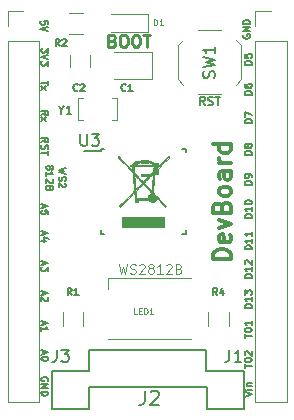
<source format=gbr>
G04 #@! TF.FileFunction,Legend,Top*
%FSLAX46Y46*%
G04 Gerber Fmt 4.6, Leading zero omitted, Abs format (unit mm)*
G04 Created by KiCad (PCBNEW 4.0.7) date Sun Jul  8 16:00:51 2018*
%MOMM*%
%LPD*%
G01*
G04 APERTURE LIST*
%ADD10C,0.100000*%
%ADD11C,0.125000*%
%ADD12C,0.175000*%
%ADD13C,0.250000*%
%ADD14C,0.300000*%
%ADD15C,0.150000*%
%ADD16C,0.120000*%
%ADD17C,0.010000*%
G04 APERTURE END LIST*
D10*
D11*
X95713881Y-93795905D02*
X95904357Y-94595905D01*
X96056738Y-94024476D01*
X96209119Y-94595905D01*
X96399595Y-93795905D01*
X96666262Y-94557810D02*
X96780548Y-94595905D01*
X96971024Y-94595905D01*
X97047214Y-94557810D01*
X97085310Y-94519714D01*
X97123405Y-94443524D01*
X97123405Y-94367333D01*
X97085310Y-94291143D01*
X97047214Y-94253048D01*
X96971024Y-94214952D01*
X96818643Y-94176857D01*
X96742452Y-94138762D01*
X96704357Y-94100667D01*
X96666262Y-94024476D01*
X96666262Y-93948286D01*
X96704357Y-93872095D01*
X96742452Y-93834000D01*
X96818643Y-93795905D01*
X97009119Y-93795905D01*
X97123405Y-93834000D01*
X97428167Y-93872095D02*
X97466262Y-93834000D01*
X97542453Y-93795905D01*
X97732929Y-93795905D01*
X97809119Y-93834000D01*
X97847215Y-93872095D01*
X97885310Y-93948286D01*
X97885310Y-94024476D01*
X97847215Y-94138762D01*
X97390072Y-94595905D01*
X97885310Y-94595905D01*
X98342453Y-94138762D02*
X98266262Y-94100667D01*
X98228167Y-94062571D01*
X98190072Y-93986381D01*
X98190072Y-93948286D01*
X98228167Y-93872095D01*
X98266262Y-93834000D01*
X98342453Y-93795905D01*
X98494834Y-93795905D01*
X98571024Y-93834000D01*
X98609120Y-93872095D01*
X98647215Y-93948286D01*
X98647215Y-93986381D01*
X98609120Y-94062571D01*
X98571024Y-94100667D01*
X98494834Y-94138762D01*
X98342453Y-94138762D01*
X98266262Y-94176857D01*
X98228167Y-94214952D01*
X98190072Y-94291143D01*
X98190072Y-94443524D01*
X98228167Y-94519714D01*
X98266262Y-94557810D01*
X98342453Y-94595905D01*
X98494834Y-94595905D01*
X98571024Y-94557810D01*
X98609120Y-94519714D01*
X98647215Y-94443524D01*
X98647215Y-94291143D01*
X98609120Y-94214952D01*
X98571024Y-94176857D01*
X98494834Y-94138762D01*
X99409120Y-94595905D02*
X98951977Y-94595905D01*
X99180548Y-94595905D02*
X99180548Y-93795905D01*
X99104358Y-93910190D01*
X99028167Y-93986381D01*
X98951977Y-94024476D01*
X99713882Y-93872095D02*
X99751977Y-93834000D01*
X99828168Y-93795905D01*
X100018644Y-93795905D01*
X100094834Y-93834000D01*
X100132930Y-93872095D01*
X100171025Y-93948286D01*
X100171025Y-94024476D01*
X100132930Y-94138762D01*
X99675787Y-94595905D01*
X100171025Y-94595905D01*
X100780549Y-94176857D02*
X100894835Y-94214952D01*
X100932930Y-94253048D01*
X100971025Y-94329238D01*
X100971025Y-94443524D01*
X100932930Y-94519714D01*
X100894835Y-94557810D01*
X100818644Y-94595905D01*
X100513882Y-94595905D01*
X100513882Y-93795905D01*
X100780549Y-93795905D01*
X100856739Y-93834000D01*
X100894835Y-93872095D01*
X100932930Y-93948286D01*
X100932930Y-94024476D01*
X100894835Y-94100667D01*
X100856739Y-94138762D01*
X100780549Y-94176857D01*
X100513882Y-94176857D01*
D12*
X102994667Y-80326667D02*
X102761333Y-79993333D01*
X102594667Y-80326667D02*
X102594667Y-79626667D01*
X102861333Y-79626667D01*
X102928000Y-79660000D01*
X102961333Y-79693333D01*
X102994667Y-79760000D01*
X102994667Y-79860000D01*
X102961333Y-79926667D01*
X102928000Y-79960000D01*
X102861333Y-79993333D01*
X102594667Y-79993333D01*
X103261333Y-80293333D02*
X103361333Y-80326667D01*
X103528000Y-80326667D01*
X103594667Y-80293333D01*
X103628000Y-80260000D01*
X103661333Y-80193333D01*
X103661333Y-80126667D01*
X103628000Y-80060000D01*
X103594667Y-80026667D01*
X103528000Y-79993333D01*
X103394667Y-79960000D01*
X103328000Y-79926667D01*
X103294667Y-79893333D01*
X103261333Y-79826667D01*
X103261333Y-79760000D01*
X103294667Y-79693333D01*
X103328000Y-79660000D01*
X103394667Y-79626667D01*
X103561333Y-79626667D01*
X103661333Y-79660000D01*
X103861334Y-79626667D02*
X104261334Y-79626667D01*
X104061334Y-80326667D02*
X104061334Y-79626667D01*
D13*
X95162858Y-74858571D02*
X95305715Y-74906190D01*
X95353334Y-74953810D01*
X95400953Y-75049048D01*
X95400953Y-75191905D01*
X95353334Y-75287143D01*
X95305715Y-75334762D01*
X95210477Y-75382381D01*
X94829524Y-75382381D01*
X94829524Y-74382381D01*
X95162858Y-74382381D01*
X95258096Y-74430000D01*
X95305715Y-74477619D01*
X95353334Y-74572857D01*
X95353334Y-74668095D01*
X95305715Y-74763333D01*
X95258096Y-74810952D01*
X95162858Y-74858571D01*
X94829524Y-74858571D01*
X96020000Y-74382381D02*
X96210477Y-74382381D01*
X96305715Y-74430000D01*
X96400953Y-74525238D01*
X96448572Y-74715714D01*
X96448572Y-75049048D01*
X96400953Y-75239524D01*
X96305715Y-75334762D01*
X96210477Y-75382381D01*
X96020000Y-75382381D01*
X95924762Y-75334762D01*
X95829524Y-75239524D01*
X95781905Y-75049048D01*
X95781905Y-74715714D01*
X95829524Y-74525238D01*
X95924762Y-74430000D01*
X96020000Y-74382381D01*
X97067619Y-74382381D02*
X97258096Y-74382381D01*
X97353334Y-74430000D01*
X97448572Y-74525238D01*
X97496191Y-74715714D01*
X97496191Y-75049048D01*
X97448572Y-75239524D01*
X97353334Y-75334762D01*
X97258096Y-75382381D01*
X97067619Y-75382381D01*
X96972381Y-75334762D01*
X96877143Y-75239524D01*
X96829524Y-75049048D01*
X96829524Y-74715714D01*
X96877143Y-74525238D01*
X96972381Y-74430000D01*
X97067619Y-74382381D01*
X97781905Y-74382381D02*
X98353334Y-74382381D01*
X98067619Y-75382381D02*
X98067619Y-74382381D01*
D14*
X105199571Y-93376142D02*
X103699571Y-93376142D01*
X103699571Y-93018999D01*
X103771000Y-92804714D01*
X103913857Y-92661856D01*
X104056714Y-92590428D01*
X104342429Y-92518999D01*
X104556714Y-92518999D01*
X104842429Y-92590428D01*
X104985286Y-92661856D01*
X105128143Y-92804714D01*
X105199571Y-93018999D01*
X105199571Y-93376142D01*
X105128143Y-91304714D02*
X105199571Y-91447571D01*
X105199571Y-91733285D01*
X105128143Y-91876142D01*
X104985286Y-91947571D01*
X104413857Y-91947571D01*
X104271000Y-91876142D01*
X104199571Y-91733285D01*
X104199571Y-91447571D01*
X104271000Y-91304714D01*
X104413857Y-91233285D01*
X104556714Y-91233285D01*
X104699571Y-91947571D01*
X104199571Y-90733285D02*
X105199571Y-90376142D01*
X104199571Y-90019000D01*
X104413857Y-88947571D02*
X104485286Y-88733285D01*
X104556714Y-88661857D01*
X104699571Y-88590428D01*
X104913857Y-88590428D01*
X105056714Y-88661857D01*
X105128143Y-88733285D01*
X105199571Y-88876143D01*
X105199571Y-89447571D01*
X103699571Y-89447571D01*
X103699571Y-88947571D01*
X103771000Y-88804714D01*
X103842429Y-88733285D01*
X103985286Y-88661857D01*
X104128143Y-88661857D01*
X104271000Y-88733285D01*
X104342429Y-88804714D01*
X104413857Y-88947571D01*
X104413857Y-89447571D01*
X105199571Y-87733285D02*
X105128143Y-87876143D01*
X105056714Y-87947571D01*
X104913857Y-88019000D01*
X104485286Y-88019000D01*
X104342429Y-87947571D01*
X104271000Y-87876143D01*
X104199571Y-87733285D01*
X104199571Y-87519000D01*
X104271000Y-87376143D01*
X104342429Y-87304714D01*
X104485286Y-87233285D01*
X104913857Y-87233285D01*
X105056714Y-87304714D01*
X105128143Y-87376143D01*
X105199571Y-87519000D01*
X105199571Y-87733285D01*
X105199571Y-85947571D02*
X104413857Y-85947571D01*
X104271000Y-86019000D01*
X104199571Y-86161857D01*
X104199571Y-86447571D01*
X104271000Y-86590428D01*
X105128143Y-85947571D02*
X105199571Y-86090428D01*
X105199571Y-86447571D01*
X105128143Y-86590428D01*
X104985286Y-86661857D01*
X104842429Y-86661857D01*
X104699571Y-86590428D01*
X104628143Y-86447571D01*
X104628143Y-86090428D01*
X104556714Y-85947571D01*
X105199571Y-85233285D02*
X104199571Y-85233285D01*
X104485286Y-85233285D02*
X104342429Y-85161857D01*
X104271000Y-85090428D01*
X104199571Y-84947571D01*
X104199571Y-84804714D01*
X105199571Y-83661857D02*
X103699571Y-83661857D01*
X105128143Y-83661857D02*
X105199571Y-83804714D01*
X105199571Y-84090428D01*
X105128143Y-84233286D01*
X105056714Y-84304714D01*
X104913857Y-84376143D01*
X104485286Y-84376143D01*
X104342429Y-84304714D01*
X104271000Y-84233286D01*
X104199571Y-84090428D01*
X104199571Y-83804714D01*
X104271000Y-83661857D01*
D15*
X106253000Y-74371142D02*
X106224429Y-74428285D01*
X106224429Y-74513999D01*
X106253000Y-74599714D01*
X106310143Y-74656856D01*
X106367286Y-74685428D01*
X106481571Y-74713999D01*
X106567286Y-74713999D01*
X106681571Y-74685428D01*
X106738714Y-74656856D01*
X106795857Y-74599714D01*
X106824429Y-74513999D01*
X106824429Y-74456856D01*
X106795857Y-74371142D01*
X106767286Y-74342571D01*
X106567286Y-74342571D01*
X106567286Y-74456856D01*
X106824429Y-74085428D02*
X106224429Y-74085428D01*
X106824429Y-73742571D01*
X106224429Y-73742571D01*
X106824429Y-73456857D02*
X106224429Y-73456857D01*
X106224429Y-73314000D01*
X106253000Y-73228285D01*
X106310143Y-73171143D01*
X106367286Y-73142571D01*
X106481571Y-73114000D01*
X106567286Y-73114000D01*
X106681571Y-73142571D01*
X106738714Y-73171143D01*
X106795857Y-73228285D01*
X106824429Y-73314000D01*
X106824429Y-73456857D01*
X106951429Y-76896857D02*
X106351429Y-76896857D01*
X106351429Y-76754000D01*
X106380000Y-76668285D01*
X106437143Y-76611143D01*
X106494286Y-76582571D01*
X106608571Y-76554000D01*
X106694286Y-76554000D01*
X106808571Y-76582571D01*
X106865714Y-76611143D01*
X106922857Y-76668285D01*
X106951429Y-76754000D01*
X106951429Y-76896857D01*
X106351429Y-76011143D02*
X106351429Y-76296857D01*
X106637143Y-76325428D01*
X106608571Y-76296857D01*
X106580000Y-76239714D01*
X106580000Y-76096857D01*
X106608571Y-76039714D01*
X106637143Y-76011143D01*
X106694286Y-75982571D01*
X106837143Y-75982571D01*
X106894286Y-76011143D01*
X106922857Y-76039714D01*
X106951429Y-76096857D01*
X106951429Y-76239714D01*
X106922857Y-76296857D01*
X106894286Y-76325428D01*
X106951429Y-79436857D02*
X106351429Y-79436857D01*
X106351429Y-79294000D01*
X106380000Y-79208285D01*
X106437143Y-79151143D01*
X106494286Y-79122571D01*
X106608571Y-79094000D01*
X106694286Y-79094000D01*
X106808571Y-79122571D01*
X106865714Y-79151143D01*
X106922857Y-79208285D01*
X106951429Y-79294000D01*
X106951429Y-79436857D01*
X106351429Y-78579714D02*
X106351429Y-78694000D01*
X106380000Y-78751143D01*
X106408571Y-78779714D01*
X106494286Y-78836857D01*
X106608571Y-78865428D01*
X106837143Y-78865428D01*
X106894286Y-78836857D01*
X106922857Y-78808285D01*
X106951429Y-78751143D01*
X106951429Y-78636857D01*
X106922857Y-78579714D01*
X106894286Y-78551143D01*
X106837143Y-78522571D01*
X106694286Y-78522571D01*
X106637143Y-78551143D01*
X106608571Y-78579714D01*
X106580000Y-78636857D01*
X106580000Y-78751143D01*
X106608571Y-78808285D01*
X106637143Y-78836857D01*
X106694286Y-78865428D01*
X106951429Y-81849857D02*
X106351429Y-81849857D01*
X106351429Y-81707000D01*
X106380000Y-81621285D01*
X106437143Y-81564143D01*
X106494286Y-81535571D01*
X106608571Y-81507000D01*
X106694286Y-81507000D01*
X106808571Y-81535571D01*
X106865714Y-81564143D01*
X106922857Y-81621285D01*
X106951429Y-81707000D01*
X106951429Y-81849857D01*
X106351429Y-81307000D02*
X106351429Y-80907000D01*
X106951429Y-81164143D01*
X106951429Y-84516857D02*
X106351429Y-84516857D01*
X106351429Y-84374000D01*
X106380000Y-84288285D01*
X106437143Y-84231143D01*
X106494286Y-84202571D01*
X106608571Y-84174000D01*
X106694286Y-84174000D01*
X106808571Y-84202571D01*
X106865714Y-84231143D01*
X106922857Y-84288285D01*
X106951429Y-84374000D01*
X106951429Y-84516857D01*
X106608571Y-83831143D02*
X106580000Y-83888285D01*
X106551429Y-83916857D01*
X106494286Y-83945428D01*
X106465714Y-83945428D01*
X106408571Y-83916857D01*
X106380000Y-83888285D01*
X106351429Y-83831143D01*
X106351429Y-83716857D01*
X106380000Y-83659714D01*
X106408571Y-83631143D01*
X106465714Y-83602571D01*
X106494286Y-83602571D01*
X106551429Y-83631143D01*
X106580000Y-83659714D01*
X106608571Y-83716857D01*
X106608571Y-83831143D01*
X106637143Y-83888285D01*
X106665714Y-83916857D01*
X106722857Y-83945428D01*
X106837143Y-83945428D01*
X106894286Y-83916857D01*
X106922857Y-83888285D01*
X106951429Y-83831143D01*
X106951429Y-83716857D01*
X106922857Y-83659714D01*
X106894286Y-83631143D01*
X106837143Y-83602571D01*
X106722857Y-83602571D01*
X106665714Y-83631143D01*
X106637143Y-83659714D01*
X106608571Y-83716857D01*
X106951429Y-87056857D02*
X106351429Y-87056857D01*
X106351429Y-86914000D01*
X106380000Y-86828285D01*
X106437143Y-86771143D01*
X106494286Y-86742571D01*
X106608571Y-86714000D01*
X106694286Y-86714000D01*
X106808571Y-86742571D01*
X106865714Y-86771143D01*
X106922857Y-86828285D01*
X106951429Y-86914000D01*
X106951429Y-87056857D01*
X106951429Y-86428285D02*
X106951429Y-86314000D01*
X106922857Y-86256857D01*
X106894286Y-86228285D01*
X106808571Y-86171143D01*
X106694286Y-86142571D01*
X106465714Y-86142571D01*
X106408571Y-86171143D01*
X106380000Y-86199714D01*
X106351429Y-86256857D01*
X106351429Y-86371143D01*
X106380000Y-86428285D01*
X106408571Y-86456857D01*
X106465714Y-86485428D01*
X106608571Y-86485428D01*
X106665714Y-86456857D01*
X106694286Y-86428285D01*
X106722857Y-86371143D01*
X106722857Y-86256857D01*
X106694286Y-86199714D01*
X106665714Y-86171143D01*
X106608571Y-86142571D01*
X106951429Y-89882572D02*
X106351429Y-89882572D01*
X106351429Y-89739715D01*
X106380000Y-89654000D01*
X106437143Y-89596858D01*
X106494286Y-89568286D01*
X106608571Y-89539715D01*
X106694286Y-89539715D01*
X106808571Y-89568286D01*
X106865714Y-89596858D01*
X106922857Y-89654000D01*
X106951429Y-89739715D01*
X106951429Y-89882572D01*
X106951429Y-88968286D02*
X106951429Y-89311143D01*
X106951429Y-89139715D02*
X106351429Y-89139715D01*
X106437143Y-89196858D01*
X106494286Y-89254000D01*
X106522857Y-89311143D01*
X106351429Y-88596857D02*
X106351429Y-88539714D01*
X106380000Y-88482571D01*
X106408571Y-88454000D01*
X106465714Y-88425429D01*
X106580000Y-88396857D01*
X106722857Y-88396857D01*
X106837143Y-88425429D01*
X106894286Y-88454000D01*
X106922857Y-88482571D01*
X106951429Y-88539714D01*
X106951429Y-88596857D01*
X106922857Y-88654000D01*
X106894286Y-88682571D01*
X106837143Y-88711143D01*
X106722857Y-88739714D01*
X106580000Y-88739714D01*
X106465714Y-88711143D01*
X106408571Y-88682571D01*
X106380000Y-88654000D01*
X106351429Y-88596857D01*
X106951429Y-92549572D02*
X106351429Y-92549572D01*
X106351429Y-92406715D01*
X106380000Y-92321000D01*
X106437143Y-92263858D01*
X106494286Y-92235286D01*
X106608571Y-92206715D01*
X106694286Y-92206715D01*
X106808571Y-92235286D01*
X106865714Y-92263858D01*
X106922857Y-92321000D01*
X106951429Y-92406715D01*
X106951429Y-92549572D01*
X106951429Y-91635286D02*
X106951429Y-91978143D01*
X106951429Y-91806715D02*
X106351429Y-91806715D01*
X106437143Y-91863858D01*
X106494286Y-91921000D01*
X106522857Y-91978143D01*
X106951429Y-91063857D02*
X106951429Y-91406714D01*
X106951429Y-91235286D02*
X106351429Y-91235286D01*
X106437143Y-91292429D01*
X106494286Y-91349571D01*
X106522857Y-91406714D01*
X106951429Y-94962572D02*
X106351429Y-94962572D01*
X106351429Y-94819715D01*
X106380000Y-94734000D01*
X106437143Y-94676858D01*
X106494286Y-94648286D01*
X106608571Y-94619715D01*
X106694286Y-94619715D01*
X106808571Y-94648286D01*
X106865714Y-94676858D01*
X106922857Y-94734000D01*
X106951429Y-94819715D01*
X106951429Y-94962572D01*
X106951429Y-94048286D02*
X106951429Y-94391143D01*
X106951429Y-94219715D02*
X106351429Y-94219715D01*
X106437143Y-94276858D01*
X106494286Y-94334000D01*
X106522857Y-94391143D01*
X106408571Y-93819714D02*
X106380000Y-93791143D01*
X106351429Y-93734000D01*
X106351429Y-93591143D01*
X106380000Y-93534000D01*
X106408571Y-93505429D01*
X106465714Y-93476857D01*
X106522857Y-93476857D01*
X106608571Y-93505429D01*
X106951429Y-93848286D01*
X106951429Y-93476857D01*
X106951429Y-97502572D02*
X106351429Y-97502572D01*
X106351429Y-97359715D01*
X106380000Y-97274000D01*
X106437143Y-97216858D01*
X106494286Y-97188286D01*
X106608571Y-97159715D01*
X106694286Y-97159715D01*
X106808571Y-97188286D01*
X106865714Y-97216858D01*
X106922857Y-97274000D01*
X106951429Y-97359715D01*
X106951429Y-97502572D01*
X106951429Y-96588286D02*
X106951429Y-96931143D01*
X106951429Y-96759715D02*
X106351429Y-96759715D01*
X106437143Y-96816858D01*
X106494286Y-96874000D01*
X106522857Y-96931143D01*
X106351429Y-96388286D02*
X106351429Y-96016857D01*
X106580000Y-96216857D01*
X106580000Y-96131143D01*
X106608571Y-96074000D01*
X106637143Y-96045429D01*
X106694286Y-96016857D01*
X106837143Y-96016857D01*
X106894286Y-96045429D01*
X106922857Y-96074000D01*
X106951429Y-96131143D01*
X106951429Y-96302571D01*
X106922857Y-96359714D01*
X106894286Y-96388286D01*
X106351429Y-100056857D02*
X106351429Y-99714000D01*
X106951429Y-99885429D02*
X106351429Y-99885429D01*
X106351429Y-99399714D02*
X106351429Y-99342571D01*
X106380000Y-99285428D01*
X106408571Y-99256857D01*
X106465714Y-99228286D01*
X106580000Y-99199714D01*
X106722857Y-99199714D01*
X106837143Y-99228286D01*
X106894286Y-99256857D01*
X106922857Y-99285428D01*
X106951429Y-99342571D01*
X106951429Y-99399714D01*
X106922857Y-99456857D01*
X106894286Y-99485428D01*
X106837143Y-99514000D01*
X106722857Y-99542571D01*
X106580000Y-99542571D01*
X106465714Y-99514000D01*
X106408571Y-99485428D01*
X106380000Y-99456857D01*
X106351429Y-99399714D01*
X106951429Y-98628285D02*
X106951429Y-98971142D01*
X106951429Y-98799714D02*
X106351429Y-98799714D01*
X106437143Y-98856857D01*
X106494286Y-98913999D01*
X106522857Y-98971142D01*
X106351429Y-102596857D02*
X106351429Y-102254000D01*
X106951429Y-102425429D02*
X106351429Y-102425429D01*
X106351429Y-101939714D02*
X106351429Y-101882571D01*
X106380000Y-101825428D01*
X106408571Y-101796857D01*
X106465714Y-101768286D01*
X106580000Y-101739714D01*
X106722857Y-101739714D01*
X106837143Y-101768286D01*
X106894286Y-101796857D01*
X106922857Y-101825428D01*
X106951429Y-101882571D01*
X106951429Y-101939714D01*
X106922857Y-101996857D01*
X106894286Y-102025428D01*
X106837143Y-102054000D01*
X106722857Y-102082571D01*
X106580000Y-102082571D01*
X106465714Y-102054000D01*
X106408571Y-102025428D01*
X106380000Y-101996857D01*
X106351429Y-101939714D01*
X106408571Y-101511142D02*
X106380000Y-101482571D01*
X106351429Y-101425428D01*
X106351429Y-101282571D01*
X106380000Y-101225428D01*
X106408571Y-101196857D01*
X106465714Y-101168285D01*
X106522857Y-101168285D01*
X106608571Y-101196857D01*
X106951429Y-101539714D01*
X106951429Y-101168285D01*
X106351429Y-105008285D02*
X106951429Y-104808285D01*
X106351429Y-104608285D01*
X106951429Y-104408285D02*
X106551429Y-104408285D01*
X106351429Y-104408285D02*
X106380000Y-104436856D01*
X106408571Y-104408285D01*
X106380000Y-104379713D01*
X106351429Y-104408285D01*
X106408571Y-104408285D01*
X106551429Y-104122571D02*
X106951429Y-104122571D01*
X106608571Y-104122571D02*
X106580000Y-104093999D01*
X106551429Y-104036857D01*
X106551429Y-103951142D01*
X106580000Y-103893999D01*
X106637143Y-103865428D01*
X106951429Y-103865428D01*
X89708000Y-103682858D02*
X89736571Y-103625715D01*
X89736571Y-103540001D01*
X89708000Y-103454286D01*
X89650857Y-103397144D01*
X89593714Y-103368572D01*
X89479429Y-103340001D01*
X89393714Y-103340001D01*
X89279429Y-103368572D01*
X89222286Y-103397144D01*
X89165143Y-103454286D01*
X89136571Y-103540001D01*
X89136571Y-103597144D01*
X89165143Y-103682858D01*
X89193714Y-103711429D01*
X89393714Y-103711429D01*
X89393714Y-103597144D01*
X89136571Y-103968572D02*
X89736571Y-103968572D01*
X89136571Y-104311429D01*
X89736571Y-104311429D01*
X89136571Y-104597143D02*
X89736571Y-104597143D01*
X89736571Y-104740000D01*
X89708000Y-104825715D01*
X89650857Y-104882857D01*
X89593714Y-104911429D01*
X89479429Y-104940000D01*
X89393714Y-104940000D01*
X89279429Y-104911429D01*
X89222286Y-104882857D01*
X89165143Y-104825715D01*
X89136571Y-104740000D01*
X89136571Y-104597143D01*
X89308000Y-101107929D02*
X89308000Y-101393643D01*
X89136571Y-101050786D02*
X89736571Y-101250786D01*
X89136571Y-101450786D01*
X89736571Y-101765072D02*
X89736571Y-101822215D01*
X89708000Y-101879358D01*
X89679429Y-101907929D01*
X89622286Y-101936500D01*
X89508000Y-101965072D01*
X89365143Y-101965072D01*
X89250857Y-101936500D01*
X89193714Y-101907929D01*
X89165143Y-101879358D01*
X89136571Y-101822215D01*
X89136571Y-101765072D01*
X89165143Y-101707929D01*
X89193714Y-101679358D01*
X89250857Y-101650786D01*
X89365143Y-101622215D01*
X89508000Y-101622215D01*
X89622286Y-101650786D01*
X89679429Y-101679358D01*
X89708000Y-101707929D01*
X89736571Y-101765072D01*
X89308000Y-98631429D02*
X89308000Y-98917143D01*
X89136571Y-98574286D02*
X89736571Y-98774286D01*
X89136571Y-98974286D01*
X89136571Y-99488572D02*
X89136571Y-99145715D01*
X89136571Y-99317143D02*
X89736571Y-99317143D01*
X89650857Y-99260000D01*
X89593714Y-99202858D01*
X89565143Y-99145715D01*
X89308000Y-96091429D02*
X89308000Y-96377143D01*
X89136571Y-96034286D02*
X89736571Y-96234286D01*
X89136571Y-96434286D01*
X89679429Y-96605715D02*
X89708000Y-96634286D01*
X89736571Y-96691429D01*
X89736571Y-96834286D01*
X89708000Y-96891429D01*
X89679429Y-96920000D01*
X89622286Y-96948572D01*
X89565143Y-96948572D01*
X89479429Y-96920000D01*
X89136571Y-96577143D01*
X89136571Y-96948572D01*
X89308000Y-93551429D02*
X89308000Y-93837143D01*
X89136571Y-93494286D02*
X89736571Y-93694286D01*
X89136571Y-93894286D01*
X89736571Y-94037143D02*
X89736571Y-94408572D01*
X89508000Y-94208572D01*
X89508000Y-94294286D01*
X89479429Y-94351429D01*
X89450857Y-94380000D01*
X89393714Y-94408572D01*
X89250857Y-94408572D01*
X89193714Y-94380000D01*
X89165143Y-94351429D01*
X89136571Y-94294286D01*
X89136571Y-94122858D01*
X89165143Y-94065715D01*
X89193714Y-94037143D01*
X89308000Y-91011429D02*
X89308000Y-91297143D01*
X89136571Y-90954286D02*
X89736571Y-91154286D01*
X89136571Y-91354286D01*
X89536571Y-91811429D02*
X89136571Y-91811429D01*
X89765143Y-91668572D02*
X89336571Y-91525715D01*
X89336571Y-91897143D01*
X89308000Y-88725429D02*
X89308000Y-89011143D01*
X89136571Y-88668286D02*
X89736571Y-88868286D01*
X89136571Y-89068286D01*
X89736571Y-89554000D02*
X89736571Y-89268286D01*
X89450857Y-89239715D01*
X89479429Y-89268286D01*
X89508000Y-89325429D01*
X89508000Y-89468286D01*
X89479429Y-89525429D01*
X89450857Y-89554000D01*
X89393714Y-89582572D01*
X89250857Y-89582572D01*
X89193714Y-89554000D01*
X89165143Y-89525429D01*
X89136571Y-89468286D01*
X89136571Y-89325429D01*
X89165143Y-89268286D01*
X89193714Y-89239715D01*
X91214071Y-85658428D02*
X90614071Y-85801285D01*
X91042643Y-85915571D01*
X90614071Y-86029857D01*
X91214071Y-86172714D01*
X90642643Y-86372714D02*
X90614071Y-86458428D01*
X90614071Y-86601285D01*
X90642643Y-86658428D01*
X90671214Y-86686999D01*
X90728357Y-86715571D01*
X90785500Y-86715571D01*
X90842643Y-86686999D01*
X90871214Y-86658428D01*
X90899786Y-86601285D01*
X90928357Y-86486999D01*
X90956929Y-86429857D01*
X90985500Y-86401285D01*
X91042643Y-86372714D01*
X91099786Y-86372714D01*
X91156929Y-86401285D01*
X91185500Y-86429857D01*
X91214071Y-86486999D01*
X91214071Y-86629857D01*
X91185500Y-86715571D01*
X91156929Y-86944143D02*
X91185500Y-86972714D01*
X91214071Y-87029857D01*
X91214071Y-87172714D01*
X91185500Y-87229857D01*
X91156929Y-87258428D01*
X91099786Y-87287000D01*
X91042643Y-87287000D01*
X90956929Y-87258428D01*
X90614071Y-86915571D01*
X90614071Y-87287000D01*
X89906929Y-85558428D02*
X89935500Y-85501286D01*
X89964071Y-85472714D01*
X90021214Y-85444143D01*
X90049786Y-85444143D01*
X90106929Y-85472714D01*
X90135500Y-85501286D01*
X90164071Y-85558428D01*
X90164071Y-85672714D01*
X90135500Y-85729857D01*
X90106929Y-85758428D01*
X90049786Y-85787000D01*
X90021214Y-85787000D01*
X89964071Y-85758428D01*
X89935500Y-85729857D01*
X89906929Y-85672714D01*
X89906929Y-85558428D01*
X89878357Y-85501286D01*
X89849786Y-85472714D01*
X89792643Y-85444143D01*
X89678357Y-85444143D01*
X89621214Y-85472714D01*
X89592643Y-85501286D01*
X89564071Y-85558428D01*
X89564071Y-85672714D01*
X89592643Y-85729857D01*
X89621214Y-85758428D01*
X89678357Y-85787000D01*
X89792643Y-85787000D01*
X89849786Y-85758428D01*
X89878357Y-85729857D01*
X89906929Y-85672714D01*
X89564071Y-86358429D02*
X89564071Y-86015572D01*
X89564071Y-86187000D02*
X90164071Y-86187000D01*
X90078357Y-86129857D01*
X90021214Y-86072715D01*
X89992643Y-86015572D01*
X90106929Y-86587001D02*
X90135500Y-86615572D01*
X90164071Y-86672715D01*
X90164071Y-86815572D01*
X90135500Y-86872715D01*
X90106929Y-86901286D01*
X90049786Y-86929858D01*
X89992643Y-86929858D01*
X89906929Y-86901286D01*
X89564071Y-86558429D01*
X89564071Y-86929858D01*
X89878357Y-87387001D02*
X89849786Y-87472715D01*
X89821214Y-87501287D01*
X89764071Y-87529858D01*
X89678357Y-87529858D01*
X89621214Y-87501287D01*
X89592643Y-87472715D01*
X89564071Y-87415573D01*
X89564071Y-87187001D01*
X90164071Y-87187001D01*
X90164071Y-87387001D01*
X90135500Y-87444144D01*
X90106929Y-87472715D01*
X90049786Y-87501287D01*
X89992643Y-87501287D01*
X89935500Y-87472715D01*
X89906929Y-87444144D01*
X89878357Y-87387001D01*
X89878357Y-87187001D01*
X89136571Y-83491428D02*
X89422286Y-83291428D01*
X89136571Y-83148571D02*
X89736571Y-83148571D01*
X89736571Y-83377143D01*
X89708000Y-83434285D01*
X89679429Y-83462857D01*
X89622286Y-83491428D01*
X89536571Y-83491428D01*
X89479429Y-83462857D01*
X89450857Y-83434285D01*
X89422286Y-83377143D01*
X89422286Y-83148571D01*
X89165143Y-83720000D02*
X89136571Y-83805714D01*
X89136571Y-83948571D01*
X89165143Y-84005714D01*
X89193714Y-84034285D01*
X89250857Y-84062857D01*
X89308000Y-84062857D01*
X89365143Y-84034285D01*
X89393714Y-84005714D01*
X89422286Y-83948571D01*
X89450857Y-83834285D01*
X89479429Y-83777143D01*
X89508000Y-83748571D01*
X89565143Y-83720000D01*
X89622286Y-83720000D01*
X89679429Y-83748571D01*
X89708000Y-83777143D01*
X89736571Y-83834285D01*
X89736571Y-83977143D01*
X89708000Y-84062857D01*
X89736571Y-84234286D02*
X89736571Y-84577143D01*
X89136571Y-84405714D02*
X89736571Y-84405714D01*
X89136571Y-81159357D02*
X89422286Y-80959357D01*
X89136571Y-80816500D02*
X89736571Y-80816500D01*
X89736571Y-81045072D01*
X89708000Y-81102214D01*
X89679429Y-81130786D01*
X89622286Y-81159357D01*
X89536571Y-81159357D01*
X89479429Y-81130786D01*
X89450857Y-81102214D01*
X89422286Y-81045072D01*
X89422286Y-80816500D01*
X89136571Y-81359357D02*
X89536571Y-81673643D01*
X89536571Y-81359357D02*
X89136571Y-81673643D01*
X89736571Y-78262215D02*
X89736571Y-78605072D01*
X89136571Y-78433643D02*
X89736571Y-78433643D01*
X89136571Y-78747929D02*
X89536571Y-79062215D01*
X89536571Y-78747929D02*
X89136571Y-79062215D01*
X89736571Y-75520642D02*
X89736571Y-75892071D01*
X89508000Y-75692071D01*
X89508000Y-75777785D01*
X89479429Y-75834928D01*
X89450857Y-75863499D01*
X89393714Y-75892071D01*
X89250857Y-75892071D01*
X89193714Y-75863499D01*
X89165143Y-75834928D01*
X89136571Y-75777785D01*
X89136571Y-75606357D01*
X89165143Y-75549214D01*
X89193714Y-75520642D01*
X89736571Y-76063500D02*
X89136571Y-76263500D01*
X89736571Y-76463500D01*
X89736571Y-76606357D02*
X89736571Y-76977786D01*
X89508000Y-76777786D01*
X89508000Y-76863500D01*
X89479429Y-76920643D01*
X89450857Y-76949214D01*
X89393714Y-76977786D01*
X89250857Y-76977786D01*
X89193714Y-76949214D01*
X89165143Y-76920643D01*
X89136571Y-76863500D01*
X89136571Y-76692072D01*
X89165143Y-76634929D01*
X89193714Y-76606357D01*
X89673071Y-73482214D02*
X89673071Y-73196500D01*
X89387357Y-73167929D01*
X89415929Y-73196500D01*
X89444500Y-73253643D01*
X89444500Y-73396500D01*
X89415929Y-73453643D01*
X89387357Y-73482214D01*
X89330214Y-73510786D01*
X89187357Y-73510786D01*
X89130214Y-73482214D01*
X89101643Y-73453643D01*
X89073071Y-73396500D01*
X89073071Y-73253643D01*
X89101643Y-73196500D01*
X89130214Y-73167929D01*
X89673071Y-73682215D02*
X89073071Y-73882215D01*
X89673071Y-74082215D01*
D16*
X98516000Y-78112000D02*
X95266000Y-78112000D01*
X98516000Y-75812000D02*
X95266000Y-75812000D01*
X98516000Y-78112000D02*
X98516000Y-75812000D01*
X91606000Y-76081000D02*
X91606000Y-77081000D01*
X93306000Y-77081000D02*
X93306000Y-76081000D01*
X92701000Y-97825000D02*
X92701000Y-99025000D01*
X90941000Y-99025000D02*
X90941000Y-97825000D01*
X91475000Y-72526000D02*
X92675000Y-72526000D01*
X92675000Y-74286000D02*
X91475000Y-74286000D01*
X105020000Y-97825000D02*
X105020000Y-99025000D01*
X103260000Y-99025000D02*
X103260000Y-97825000D01*
X107255000Y-105470000D02*
X109915000Y-105470000D01*
X107255000Y-74930000D02*
X107255000Y-105470000D01*
X109915000Y-74930000D02*
X109915000Y-105470000D01*
X107255000Y-74930000D02*
X109915000Y-74930000D01*
X107255000Y-73660000D02*
X107255000Y-72330000D01*
X107255000Y-72330000D02*
X108585000Y-72330000D01*
X86300000Y-105470000D02*
X88960000Y-105470000D01*
X86300000Y-74930000D02*
X86300000Y-105470000D01*
X88960000Y-74930000D02*
X88960000Y-105470000D01*
X86300000Y-74930000D02*
X88960000Y-74930000D01*
X86300000Y-73660000D02*
X86300000Y-72330000D01*
X86300000Y-72330000D02*
X87630000Y-72330000D01*
D15*
X94165000Y-84005000D02*
X94165000Y-84230000D01*
X101415000Y-84005000D02*
X101415000Y-84330000D01*
X101415000Y-91255000D02*
X101415000Y-90930000D01*
X94165000Y-91255000D02*
X94165000Y-90930000D01*
X94165000Y-84005000D02*
X94490000Y-84005000D01*
X94165000Y-91255000D02*
X94490000Y-91255000D01*
X101415000Y-91255000D02*
X101090000Y-91255000D01*
X101415000Y-84005000D02*
X101090000Y-84005000D01*
X94165000Y-84230000D02*
X92740000Y-84230000D01*
D16*
X92700000Y-81583000D02*
X92300000Y-81583000D01*
X92300000Y-79707000D02*
X92700000Y-79707000D01*
X92278000Y-79695000D02*
X92278000Y-81595000D01*
X95094000Y-79707000D02*
X95494000Y-79707000D01*
X95580000Y-79695000D02*
X95580000Y-81595000D01*
X95494000Y-81583000D02*
X95094000Y-81583000D01*
D15*
X93156000Y-101041000D02*
X103056000Y-101041000D01*
X93156000Y-104191000D02*
X103206000Y-104191000D01*
X93156000Y-104191000D02*
X93156000Y-106066000D01*
X103206000Y-104191000D02*
X103206000Y-106066000D01*
X93156000Y-106066000D02*
X90056000Y-106066000D01*
X103206000Y-106066000D02*
X106306000Y-106066000D01*
X90056000Y-106066000D02*
X90056000Y-102816000D01*
X106306000Y-106066000D02*
X106306000Y-102816000D01*
X90056000Y-102816000D02*
X93156000Y-102816000D01*
X106306000Y-102816000D02*
X103176000Y-102816000D01*
X93156000Y-102816000D02*
X93156000Y-101041000D01*
X103126000Y-102816000D02*
X103126000Y-101041000D01*
D16*
X95012000Y-72656000D02*
X98212000Y-72656000D01*
X98212000Y-74156000D02*
X95012000Y-74156000D01*
X98212000Y-74156000D02*
X98212000Y-72656000D01*
X101798000Y-100136000D02*
X94798000Y-100136000D01*
X101798000Y-94936000D02*
X94798000Y-94936000D01*
X94798000Y-94936000D02*
X94798000Y-95936000D01*
X100678000Y-78158000D02*
X100678000Y-75258000D01*
X101128000Y-78608000D02*
X100678000Y-78158000D01*
X104378000Y-79408000D02*
X102378000Y-79408000D01*
X106078000Y-78158000D02*
X105628000Y-78608000D01*
X106078000Y-75258000D02*
X106078000Y-78158000D01*
X105628000Y-74808000D02*
X106078000Y-75258000D01*
X102378000Y-74008000D02*
X104378000Y-74008000D01*
X100678000Y-75258000D02*
X101128000Y-74808000D01*
D17*
G36*
X99537822Y-90647822D02*
X96017029Y-90647822D01*
X96017029Y-89780198D01*
X99537822Y-89780198D01*
X99537822Y-90647822D01*
X99537822Y-90647822D01*
G37*
X99537822Y-90647822D02*
X96017029Y-90647822D01*
X96017029Y-89780198D01*
X99537822Y-89780198D01*
X99537822Y-90647822D01*
G36*
X99914430Y-84694848D02*
X99913811Y-84781931D01*
X99462086Y-85240891D01*
X99010361Y-85699852D01*
X99010032Y-85910471D01*
X99009703Y-86121089D01*
X98734610Y-86121089D01*
X98727522Y-86174530D01*
X98724838Y-86198888D01*
X98720313Y-86244759D01*
X98714191Y-86309405D01*
X98706712Y-86390091D01*
X98698119Y-86484081D01*
X98688654Y-86588637D01*
X98678558Y-86701025D01*
X98668074Y-86818507D01*
X98657444Y-86938348D01*
X98646909Y-87057811D01*
X98636713Y-87174159D01*
X98627095Y-87284657D01*
X98618300Y-87386569D01*
X98610568Y-87477158D01*
X98604142Y-87553687D01*
X98599263Y-87613421D01*
X98596175Y-87653624D01*
X98595117Y-87671559D01*
X98595118Y-87671644D01*
X98602827Y-87686035D01*
X98625981Y-87715748D01*
X98664895Y-87761131D01*
X98719884Y-87822529D01*
X98791264Y-87900288D01*
X98879349Y-87994754D01*
X98984454Y-88106272D01*
X99106895Y-88235188D01*
X99141310Y-88271287D01*
X99687137Y-88843416D01*
X99598881Y-88931436D01*
X99527485Y-88853758D01*
X99501366Y-88825686D01*
X99460566Y-88782274D01*
X99407777Y-88726366D01*
X99345691Y-88660808D01*
X99277000Y-88588441D01*
X99204396Y-88512112D01*
X99160960Y-88466524D01*
X99079416Y-88381119D01*
X99013504Y-88312710D01*
X98961544Y-88260053D01*
X98921855Y-88221905D01*
X98892757Y-88197020D01*
X98872569Y-88184156D01*
X98859610Y-88182068D01*
X98852200Y-88189513D01*
X98848658Y-88205246D01*
X98847303Y-88228023D01*
X98847121Y-88234239D01*
X98837703Y-88277061D01*
X98814497Y-88328819D01*
X98782136Y-88381328D01*
X98745252Y-88426403D01*
X98730493Y-88440328D01*
X98654767Y-88489047D01*
X98566308Y-88516306D01*
X98488100Y-88522773D01*
X98399468Y-88510576D01*
X98317612Y-88474813D01*
X98245164Y-88416722D01*
X98231797Y-88402262D01*
X98182918Y-88346733D01*
X97337326Y-88346733D01*
X97337326Y-88522773D01*
X97110990Y-88522773D01*
X97110990Y-88440531D01*
X97108150Y-88384386D01*
X97098607Y-88345416D01*
X97087009Y-88324219D01*
X97078723Y-88309052D01*
X97071627Y-88287062D01*
X97065252Y-88254987D01*
X97059128Y-88209569D01*
X97052784Y-88147548D01*
X97045750Y-88065662D01*
X97040934Y-88004746D01*
X97018839Y-87719343D01*
X96476435Y-88268805D01*
X96378363Y-88368228D01*
X96284216Y-88463815D01*
X96195715Y-88553810D01*
X96114580Y-88636457D01*
X96042531Y-88710001D01*
X95981288Y-88772684D01*
X95932573Y-88822752D01*
X95898104Y-88858448D01*
X95879621Y-88877995D01*
X95849257Y-88908944D01*
X95823929Y-88930530D01*
X95810305Y-88937723D01*
X95792905Y-88929297D01*
X95767540Y-88908245D01*
X95758942Y-88899671D01*
X95722486Y-88861620D01*
X95923198Y-88657658D01*
X95974404Y-88605699D01*
X96040431Y-88538820D01*
X96118382Y-88459950D01*
X96205362Y-88372014D01*
X96298474Y-88277941D01*
X96394821Y-88180658D01*
X96491508Y-88083093D01*
X96560866Y-88013145D01*
X96666297Y-87906550D01*
X96754871Y-87816307D01*
X96827719Y-87741192D01*
X96885977Y-87679986D01*
X96930775Y-87631466D01*
X96952979Y-87606129D01*
X97131276Y-87606129D01*
X97153599Y-87891555D01*
X97160331Y-87975219D01*
X97166843Y-88051727D01*
X97172766Y-88117081D01*
X97177732Y-88167281D01*
X97181371Y-88198329D01*
X97182542Y-88205273D01*
X97189162Y-88233565D01*
X98138636Y-88233565D01*
X98144974Y-88154606D01*
X98164110Y-88061315D01*
X98204154Y-87978791D01*
X98262582Y-87910038D01*
X98336871Y-87858063D01*
X98420252Y-87826863D01*
X98447302Y-87812228D01*
X98460844Y-87780819D01*
X98461128Y-87779434D01*
X98462753Y-87766174D01*
X98460744Y-87752595D01*
X98453142Y-87736181D01*
X98437984Y-87714411D01*
X98413312Y-87684767D01*
X98377164Y-87644732D01*
X98327580Y-87591785D01*
X98262599Y-87523409D01*
X98258401Y-87519005D01*
X98188507Y-87445611D01*
X98114200Y-87367437D01*
X98040586Y-87289864D01*
X97972771Y-87218275D01*
X97915860Y-87158051D01*
X97903168Y-87144587D01*
X97854513Y-87093820D01*
X97811291Y-87050375D01*
X97776605Y-87017241D01*
X97753556Y-86997405D01*
X97745818Y-86993046D01*
X97734278Y-87002170D01*
X97707290Y-87027200D01*
X97666979Y-87066052D01*
X97615471Y-87116643D01*
X97554891Y-87176888D01*
X97487364Y-87244704D01*
X97432174Y-87300565D01*
X97131276Y-87606129D01*
X96952979Y-87606129D01*
X96963249Y-87594411D01*
X96984529Y-87567599D01*
X96995749Y-87549808D01*
X96998246Y-87541570D01*
X96997300Y-87523590D01*
X96994427Y-87482892D01*
X96989813Y-87421819D01*
X96983642Y-87342713D01*
X96976102Y-87247914D01*
X96967379Y-87139767D01*
X96957657Y-87020612D01*
X96947124Y-86892791D01*
X96938635Y-86790635D01*
X96890604Y-86214674D01*
X97014195Y-86214674D01*
X97014727Y-86227104D01*
X97017231Y-86262110D01*
X97021504Y-86317215D01*
X97027347Y-86389943D01*
X97034557Y-86477814D01*
X97042934Y-86578351D01*
X97052277Y-86689077D01*
X97061242Y-86794205D01*
X97071398Y-86913483D01*
X97080858Y-87026080D01*
X97089404Y-87129305D01*
X97096821Y-87220473D01*
X97102892Y-87296895D01*
X97107399Y-87355883D01*
X97110127Y-87394749D01*
X97110884Y-87409844D01*
X97112065Y-87419238D01*
X97116744Y-87422966D01*
X97126724Y-87419471D01*
X97143810Y-87407199D01*
X97169804Y-87384594D01*
X97206510Y-87350100D01*
X97255733Y-87302162D01*
X97319274Y-87239224D01*
X97386695Y-87171968D01*
X97662399Y-86896477D01*
X97660467Y-86894406D01*
X97842710Y-86894406D01*
X97851016Y-86905780D01*
X97874267Y-86932563D01*
X97910135Y-86972292D01*
X97956287Y-87022507D01*
X98010394Y-87080746D01*
X98070126Y-87144547D01*
X98133152Y-87211449D01*
X98197142Y-87278990D01*
X98259764Y-87344710D01*
X98318690Y-87406146D01*
X98371588Y-87460837D01*
X98416128Y-87506322D01*
X98449980Y-87540138D01*
X98470812Y-87559826D01*
X98476494Y-87563837D01*
X98478366Y-87550891D01*
X98482254Y-87515134D01*
X98487943Y-87458804D01*
X98495219Y-87384140D01*
X98503869Y-87293380D01*
X98513678Y-87188762D01*
X98524434Y-87072526D01*
X98535921Y-86946908D01*
X98545093Y-86845618D01*
X98556826Y-86714279D01*
X98567665Y-86590552D01*
X98577430Y-86476681D01*
X98585937Y-86374911D01*
X98593005Y-86287487D01*
X98598451Y-86216653D01*
X98602092Y-86164653D01*
X98603747Y-86133732D01*
X98603558Y-86125703D01*
X98593666Y-86132854D01*
X98568476Y-86155841D01*
X98530190Y-86192439D01*
X98481011Y-86240422D01*
X98423139Y-86297566D01*
X98358778Y-86361647D01*
X98290129Y-86430438D01*
X98219395Y-86501716D01*
X98148778Y-86573255D01*
X98080480Y-86642830D01*
X98016704Y-86708217D01*
X97959650Y-86767191D01*
X97911522Y-86817527D01*
X97874522Y-86856999D01*
X97850852Y-86883383D01*
X97842710Y-86894406D01*
X97660467Y-86894406D01*
X97559591Y-86786295D01*
X97507232Y-86730377D01*
X97448465Y-86667948D01*
X97385615Y-86601443D01*
X97321005Y-86533298D01*
X97256958Y-86465948D01*
X97195797Y-86401828D01*
X97139847Y-86343372D01*
X97091430Y-86293018D01*
X97052870Y-86253198D01*
X97026491Y-86226350D01*
X97014616Y-86214908D01*
X97014195Y-86214674D01*
X96890604Y-86214674D01*
X96878599Y-86070726D01*
X96278062Y-85439158D01*
X95677525Y-84807589D01*
X95677966Y-84719315D01*
X95678408Y-84631040D01*
X95775417Y-84734666D01*
X95829709Y-84792463D01*
X95893808Y-84860368D01*
X95965984Y-84936572D01*
X96044508Y-85019269D01*
X96127651Y-85106653D01*
X96213681Y-85196915D01*
X96300870Y-85288250D01*
X96387487Y-85378849D01*
X96471803Y-85466907D01*
X96552088Y-85550615D01*
X96626613Y-85628167D01*
X96693646Y-85697757D01*
X96751459Y-85757576D01*
X96798321Y-85805818D01*
X96832504Y-85840676D01*
X96852276Y-85860343D01*
X96856610Y-85864116D01*
X96856908Y-85850992D01*
X96855269Y-85817389D01*
X96851977Y-85767880D01*
X96847318Y-85707037D01*
X96845318Y-85682732D01*
X96830423Y-85504951D01*
X96947045Y-85504951D01*
X96953066Y-85533243D01*
X96956137Y-85555618D01*
X96960452Y-85597717D01*
X96965512Y-85654178D01*
X96970819Y-85719635D01*
X96972656Y-85743862D01*
X96978073Y-85813421D01*
X96983541Y-85878018D01*
X96988512Y-85931548D01*
X96992439Y-85967910D01*
X96993325Y-85974509D01*
X96996666Y-85988056D01*
X97003899Y-86003914D01*
X97016560Y-86023861D01*
X97036189Y-86049673D01*
X97064322Y-86083129D01*
X97102498Y-86126007D01*
X97152254Y-86180083D01*
X97215129Y-86247136D01*
X97292659Y-86328943D01*
X97371749Y-86411950D01*
X97450436Y-86494094D01*
X97523888Y-86570169D01*
X97590276Y-86638325D01*
X97647773Y-86696712D01*
X97694549Y-86743481D01*
X97728776Y-86776782D01*
X97748627Y-86794767D01*
X97752860Y-86797442D01*
X97763997Y-86787741D01*
X97790029Y-86762441D01*
X97828430Y-86724082D01*
X97876672Y-86675200D01*
X97932230Y-86618334D01*
X97972408Y-86576906D01*
X98182169Y-86360000D01*
X97563663Y-86360000D01*
X97563663Y-86121089D01*
X98318119Y-86121089D01*
X98318119Y-86227542D01*
X98456435Y-86089654D01*
X98554553Y-85991840D01*
X98745643Y-85991840D01*
X98747471Y-86007270D01*
X98756723Y-86015867D01*
X98779050Y-86019613D01*
X98820105Y-86020489D01*
X98827376Y-86020495D01*
X98909109Y-86020495D01*
X98909109Y-85801172D01*
X98827376Y-85882179D01*
X98781270Y-85931428D01*
X98753694Y-85969159D01*
X98745643Y-85991840D01*
X98554553Y-85991840D01*
X98594752Y-85951766D01*
X98594752Y-85828952D01*
X98595137Y-85772450D01*
X98596900Y-85736505D01*
X98600950Y-85716530D01*
X98608199Y-85707937D01*
X98619130Y-85706139D01*
X98631288Y-85703498D01*
X98640273Y-85692912D01*
X98647174Y-85670381D01*
X98653076Y-85631909D01*
X98659065Y-85573498D01*
X98660987Y-85552104D01*
X98665148Y-85504951D01*
X96947045Y-85504951D01*
X96830423Y-85504951D01*
X96670891Y-85504951D01*
X96670891Y-85391782D01*
X96738686Y-85391782D01*
X96778338Y-85390696D01*
X96799884Y-85385454D01*
X96802520Y-85382334D01*
X96941384Y-85382334D01*
X96948692Y-85389462D01*
X96974007Y-85391662D01*
X96991092Y-85391782D01*
X97048119Y-85391782D01*
X97260779Y-85391782D01*
X98675302Y-85391782D01*
X98627458Y-85342786D01*
X98553150Y-85282324D01*
X98461184Y-85235691D01*
X98350002Y-85202249D01*
X98239529Y-85183753D01*
X98167227Y-85175122D01*
X98167227Y-85266040D01*
X97588812Y-85266040D01*
X97588812Y-85162893D01*
X97503935Y-85171496D01*
X97444632Y-85178756D01*
X97381449Y-85188379D01*
X97343614Y-85195252D01*
X97268168Y-85210407D01*
X97264474Y-85301095D01*
X97260779Y-85391782D01*
X97048119Y-85391782D01*
X97048119Y-85341485D01*
X97046456Y-85309976D01*
X97042303Y-85292463D01*
X97040629Y-85291188D01*
X97022013Y-85299254D01*
X96994817Y-85318820D01*
X96967552Y-85342944D01*
X96948733Y-85364682D01*
X96947057Y-85367508D01*
X96941384Y-85382334D01*
X96802520Y-85382334D01*
X96810338Y-85373081D01*
X96814558Y-85359604D01*
X96831781Y-85324627D01*
X96864862Y-85282579D01*
X96908107Y-85239356D01*
X96955826Y-85200854D01*
X96987170Y-85180801D01*
X97022877Y-85158851D01*
X97041181Y-85140411D01*
X97047612Y-85118668D01*
X97048106Y-85105718D01*
X97048106Y-85102575D01*
X97689406Y-85102575D01*
X97689406Y-85165446D01*
X98066633Y-85165446D01*
X98066633Y-85102575D01*
X97689406Y-85102575D01*
X97048106Y-85102575D01*
X97048119Y-85064852D01*
X97153952Y-85064852D01*
X97202645Y-85066029D01*
X97240595Y-85069165D01*
X97261692Y-85073671D01*
X97263977Y-85075495D01*
X97277359Y-85078295D01*
X97309926Y-85077148D01*
X97356084Y-85072393D01*
X97387624Y-85068003D01*
X97444812Y-85059378D01*
X97497114Y-85051591D01*
X97536418Y-85045847D01*
X97547945Y-85044215D01*
X97578063Y-85034888D01*
X97588812Y-85020272D01*
X97592080Y-85014320D01*
X97603770Y-85009778D01*
X97626712Y-85006470D01*
X97663735Y-85004215D01*
X97717668Y-85002834D01*
X97791340Y-85002150D01*
X97878020Y-85001980D01*
X97970529Y-85002077D01*
X98040906Y-85002530D01*
X98092164Y-85003590D01*
X98127320Y-85005503D01*
X98149389Y-85008519D01*
X98161385Y-85012885D01*
X98166324Y-85018849D01*
X98167227Y-85025784D01*
X98174921Y-85047795D01*
X98200121Y-85060321D01*
X98246009Y-85064788D01*
X98254264Y-85064852D01*
X98331973Y-85072868D01*
X98420233Y-85094936D01*
X98511085Y-85128084D01*
X98596570Y-85169339D01*
X98668726Y-85215731D01*
X98678072Y-85223082D01*
X98708533Y-85246998D01*
X98726572Y-85256576D01*
X98739169Y-85253480D01*
X98752100Y-85240704D01*
X98790293Y-85215678D01*
X98839998Y-85206071D01*
X98893524Y-85211067D01*
X98943178Y-85229851D01*
X98981267Y-85261606D01*
X98984025Y-85265297D01*
X99012526Y-85324575D01*
X99017828Y-85385934D01*
X99000518Y-85444427D01*
X98961180Y-85495104D01*
X98956370Y-85499289D01*
X98928440Y-85519167D01*
X98900102Y-85527921D01*
X98860263Y-85528553D01*
X98850311Y-85527992D01*
X98811332Y-85526562D01*
X98791254Y-85529839D01*
X98783985Y-85539728D01*
X98783240Y-85548961D01*
X98781716Y-85575744D01*
X98777935Y-85616025D01*
X98775218Y-85640124D01*
X98771277Y-85678401D01*
X98772916Y-85697996D01*
X98782421Y-85705158D01*
X98799351Y-85706139D01*
X98809392Y-85702901D01*
X98825590Y-85692420D01*
X98849145Y-85673548D01*
X98881257Y-85645135D01*
X98923128Y-85606035D01*
X98975957Y-85555097D01*
X99040945Y-85491173D01*
X99119291Y-85413114D01*
X99212197Y-85319772D01*
X99320863Y-85209998D01*
X99373231Y-85156952D01*
X99915049Y-84607767D01*
X99914430Y-84694848D01*
X99914430Y-84694848D01*
G37*
X99914430Y-84694848D02*
X99913811Y-84781931D01*
X99462086Y-85240891D01*
X99010361Y-85699852D01*
X99010032Y-85910471D01*
X99009703Y-86121089D01*
X98734610Y-86121089D01*
X98727522Y-86174530D01*
X98724838Y-86198888D01*
X98720313Y-86244759D01*
X98714191Y-86309405D01*
X98706712Y-86390091D01*
X98698119Y-86484081D01*
X98688654Y-86588637D01*
X98678558Y-86701025D01*
X98668074Y-86818507D01*
X98657444Y-86938348D01*
X98646909Y-87057811D01*
X98636713Y-87174159D01*
X98627095Y-87284657D01*
X98618300Y-87386569D01*
X98610568Y-87477158D01*
X98604142Y-87553687D01*
X98599263Y-87613421D01*
X98596175Y-87653624D01*
X98595117Y-87671559D01*
X98595118Y-87671644D01*
X98602827Y-87686035D01*
X98625981Y-87715748D01*
X98664895Y-87761131D01*
X98719884Y-87822529D01*
X98791264Y-87900288D01*
X98879349Y-87994754D01*
X98984454Y-88106272D01*
X99106895Y-88235188D01*
X99141310Y-88271287D01*
X99687137Y-88843416D01*
X99598881Y-88931436D01*
X99527485Y-88853758D01*
X99501366Y-88825686D01*
X99460566Y-88782274D01*
X99407777Y-88726366D01*
X99345691Y-88660808D01*
X99277000Y-88588441D01*
X99204396Y-88512112D01*
X99160960Y-88466524D01*
X99079416Y-88381119D01*
X99013504Y-88312710D01*
X98961544Y-88260053D01*
X98921855Y-88221905D01*
X98892757Y-88197020D01*
X98872569Y-88184156D01*
X98859610Y-88182068D01*
X98852200Y-88189513D01*
X98848658Y-88205246D01*
X98847303Y-88228023D01*
X98847121Y-88234239D01*
X98837703Y-88277061D01*
X98814497Y-88328819D01*
X98782136Y-88381328D01*
X98745252Y-88426403D01*
X98730493Y-88440328D01*
X98654767Y-88489047D01*
X98566308Y-88516306D01*
X98488100Y-88522773D01*
X98399468Y-88510576D01*
X98317612Y-88474813D01*
X98245164Y-88416722D01*
X98231797Y-88402262D01*
X98182918Y-88346733D01*
X97337326Y-88346733D01*
X97337326Y-88522773D01*
X97110990Y-88522773D01*
X97110990Y-88440531D01*
X97108150Y-88384386D01*
X97098607Y-88345416D01*
X97087009Y-88324219D01*
X97078723Y-88309052D01*
X97071627Y-88287062D01*
X97065252Y-88254987D01*
X97059128Y-88209569D01*
X97052784Y-88147548D01*
X97045750Y-88065662D01*
X97040934Y-88004746D01*
X97018839Y-87719343D01*
X96476435Y-88268805D01*
X96378363Y-88368228D01*
X96284216Y-88463815D01*
X96195715Y-88553810D01*
X96114580Y-88636457D01*
X96042531Y-88710001D01*
X95981288Y-88772684D01*
X95932573Y-88822752D01*
X95898104Y-88858448D01*
X95879621Y-88877995D01*
X95849257Y-88908944D01*
X95823929Y-88930530D01*
X95810305Y-88937723D01*
X95792905Y-88929297D01*
X95767540Y-88908245D01*
X95758942Y-88899671D01*
X95722486Y-88861620D01*
X95923198Y-88657658D01*
X95974404Y-88605699D01*
X96040431Y-88538820D01*
X96118382Y-88459950D01*
X96205362Y-88372014D01*
X96298474Y-88277941D01*
X96394821Y-88180658D01*
X96491508Y-88083093D01*
X96560866Y-88013145D01*
X96666297Y-87906550D01*
X96754871Y-87816307D01*
X96827719Y-87741192D01*
X96885977Y-87679986D01*
X96930775Y-87631466D01*
X96952979Y-87606129D01*
X97131276Y-87606129D01*
X97153599Y-87891555D01*
X97160331Y-87975219D01*
X97166843Y-88051727D01*
X97172766Y-88117081D01*
X97177732Y-88167281D01*
X97181371Y-88198329D01*
X97182542Y-88205273D01*
X97189162Y-88233565D01*
X98138636Y-88233565D01*
X98144974Y-88154606D01*
X98164110Y-88061315D01*
X98204154Y-87978791D01*
X98262582Y-87910038D01*
X98336871Y-87858063D01*
X98420252Y-87826863D01*
X98447302Y-87812228D01*
X98460844Y-87780819D01*
X98461128Y-87779434D01*
X98462753Y-87766174D01*
X98460744Y-87752595D01*
X98453142Y-87736181D01*
X98437984Y-87714411D01*
X98413312Y-87684767D01*
X98377164Y-87644732D01*
X98327580Y-87591785D01*
X98262599Y-87523409D01*
X98258401Y-87519005D01*
X98188507Y-87445611D01*
X98114200Y-87367437D01*
X98040586Y-87289864D01*
X97972771Y-87218275D01*
X97915860Y-87158051D01*
X97903168Y-87144587D01*
X97854513Y-87093820D01*
X97811291Y-87050375D01*
X97776605Y-87017241D01*
X97753556Y-86997405D01*
X97745818Y-86993046D01*
X97734278Y-87002170D01*
X97707290Y-87027200D01*
X97666979Y-87066052D01*
X97615471Y-87116643D01*
X97554891Y-87176888D01*
X97487364Y-87244704D01*
X97432174Y-87300565D01*
X97131276Y-87606129D01*
X96952979Y-87606129D01*
X96963249Y-87594411D01*
X96984529Y-87567599D01*
X96995749Y-87549808D01*
X96998246Y-87541570D01*
X96997300Y-87523590D01*
X96994427Y-87482892D01*
X96989813Y-87421819D01*
X96983642Y-87342713D01*
X96976102Y-87247914D01*
X96967379Y-87139767D01*
X96957657Y-87020612D01*
X96947124Y-86892791D01*
X96938635Y-86790635D01*
X96890604Y-86214674D01*
X97014195Y-86214674D01*
X97014727Y-86227104D01*
X97017231Y-86262110D01*
X97021504Y-86317215D01*
X97027347Y-86389943D01*
X97034557Y-86477814D01*
X97042934Y-86578351D01*
X97052277Y-86689077D01*
X97061242Y-86794205D01*
X97071398Y-86913483D01*
X97080858Y-87026080D01*
X97089404Y-87129305D01*
X97096821Y-87220473D01*
X97102892Y-87296895D01*
X97107399Y-87355883D01*
X97110127Y-87394749D01*
X97110884Y-87409844D01*
X97112065Y-87419238D01*
X97116744Y-87422966D01*
X97126724Y-87419471D01*
X97143810Y-87407199D01*
X97169804Y-87384594D01*
X97206510Y-87350100D01*
X97255733Y-87302162D01*
X97319274Y-87239224D01*
X97386695Y-87171968D01*
X97662399Y-86896477D01*
X97660467Y-86894406D01*
X97842710Y-86894406D01*
X97851016Y-86905780D01*
X97874267Y-86932563D01*
X97910135Y-86972292D01*
X97956287Y-87022507D01*
X98010394Y-87080746D01*
X98070126Y-87144547D01*
X98133152Y-87211449D01*
X98197142Y-87278990D01*
X98259764Y-87344710D01*
X98318690Y-87406146D01*
X98371588Y-87460837D01*
X98416128Y-87506322D01*
X98449980Y-87540138D01*
X98470812Y-87559826D01*
X98476494Y-87563837D01*
X98478366Y-87550891D01*
X98482254Y-87515134D01*
X98487943Y-87458804D01*
X98495219Y-87384140D01*
X98503869Y-87293380D01*
X98513678Y-87188762D01*
X98524434Y-87072526D01*
X98535921Y-86946908D01*
X98545093Y-86845618D01*
X98556826Y-86714279D01*
X98567665Y-86590552D01*
X98577430Y-86476681D01*
X98585937Y-86374911D01*
X98593005Y-86287487D01*
X98598451Y-86216653D01*
X98602092Y-86164653D01*
X98603747Y-86133732D01*
X98603558Y-86125703D01*
X98593666Y-86132854D01*
X98568476Y-86155841D01*
X98530190Y-86192439D01*
X98481011Y-86240422D01*
X98423139Y-86297566D01*
X98358778Y-86361647D01*
X98290129Y-86430438D01*
X98219395Y-86501716D01*
X98148778Y-86573255D01*
X98080480Y-86642830D01*
X98016704Y-86708217D01*
X97959650Y-86767191D01*
X97911522Y-86817527D01*
X97874522Y-86856999D01*
X97850852Y-86883383D01*
X97842710Y-86894406D01*
X97660467Y-86894406D01*
X97559591Y-86786295D01*
X97507232Y-86730377D01*
X97448465Y-86667948D01*
X97385615Y-86601443D01*
X97321005Y-86533298D01*
X97256958Y-86465948D01*
X97195797Y-86401828D01*
X97139847Y-86343372D01*
X97091430Y-86293018D01*
X97052870Y-86253198D01*
X97026491Y-86226350D01*
X97014616Y-86214908D01*
X97014195Y-86214674D01*
X96890604Y-86214674D01*
X96878599Y-86070726D01*
X96278062Y-85439158D01*
X95677525Y-84807589D01*
X95677966Y-84719315D01*
X95678408Y-84631040D01*
X95775417Y-84734666D01*
X95829709Y-84792463D01*
X95893808Y-84860368D01*
X95965984Y-84936572D01*
X96044508Y-85019269D01*
X96127651Y-85106653D01*
X96213681Y-85196915D01*
X96300870Y-85288250D01*
X96387487Y-85378849D01*
X96471803Y-85466907D01*
X96552088Y-85550615D01*
X96626613Y-85628167D01*
X96693646Y-85697757D01*
X96751459Y-85757576D01*
X96798321Y-85805818D01*
X96832504Y-85840676D01*
X96852276Y-85860343D01*
X96856610Y-85864116D01*
X96856908Y-85850992D01*
X96855269Y-85817389D01*
X96851977Y-85767880D01*
X96847318Y-85707037D01*
X96845318Y-85682732D01*
X96830423Y-85504951D01*
X96947045Y-85504951D01*
X96953066Y-85533243D01*
X96956137Y-85555618D01*
X96960452Y-85597717D01*
X96965512Y-85654178D01*
X96970819Y-85719635D01*
X96972656Y-85743862D01*
X96978073Y-85813421D01*
X96983541Y-85878018D01*
X96988512Y-85931548D01*
X96992439Y-85967910D01*
X96993325Y-85974509D01*
X96996666Y-85988056D01*
X97003899Y-86003914D01*
X97016560Y-86023861D01*
X97036189Y-86049673D01*
X97064322Y-86083129D01*
X97102498Y-86126007D01*
X97152254Y-86180083D01*
X97215129Y-86247136D01*
X97292659Y-86328943D01*
X97371749Y-86411950D01*
X97450436Y-86494094D01*
X97523888Y-86570169D01*
X97590276Y-86638325D01*
X97647773Y-86696712D01*
X97694549Y-86743481D01*
X97728776Y-86776782D01*
X97748627Y-86794767D01*
X97752860Y-86797442D01*
X97763997Y-86787741D01*
X97790029Y-86762441D01*
X97828430Y-86724082D01*
X97876672Y-86675200D01*
X97932230Y-86618334D01*
X97972408Y-86576906D01*
X98182169Y-86360000D01*
X97563663Y-86360000D01*
X97563663Y-86121089D01*
X98318119Y-86121089D01*
X98318119Y-86227542D01*
X98456435Y-86089654D01*
X98554553Y-85991840D01*
X98745643Y-85991840D01*
X98747471Y-86007270D01*
X98756723Y-86015867D01*
X98779050Y-86019613D01*
X98820105Y-86020489D01*
X98827376Y-86020495D01*
X98909109Y-86020495D01*
X98909109Y-85801172D01*
X98827376Y-85882179D01*
X98781270Y-85931428D01*
X98753694Y-85969159D01*
X98745643Y-85991840D01*
X98554553Y-85991840D01*
X98594752Y-85951766D01*
X98594752Y-85828952D01*
X98595137Y-85772450D01*
X98596900Y-85736505D01*
X98600950Y-85716530D01*
X98608199Y-85707937D01*
X98619130Y-85706139D01*
X98631288Y-85703498D01*
X98640273Y-85692912D01*
X98647174Y-85670381D01*
X98653076Y-85631909D01*
X98659065Y-85573498D01*
X98660987Y-85552104D01*
X98665148Y-85504951D01*
X96947045Y-85504951D01*
X96830423Y-85504951D01*
X96670891Y-85504951D01*
X96670891Y-85391782D01*
X96738686Y-85391782D01*
X96778338Y-85390696D01*
X96799884Y-85385454D01*
X96802520Y-85382334D01*
X96941384Y-85382334D01*
X96948692Y-85389462D01*
X96974007Y-85391662D01*
X96991092Y-85391782D01*
X97048119Y-85391782D01*
X97260779Y-85391782D01*
X98675302Y-85391782D01*
X98627458Y-85342786D01*
X98553150Y-85282324D01*
X98461184Y-85235691D01*
X98350002Y-85202249D01*
X98239529Y-85183753D01*
X98167227Y-85175122D01*
X98167227Y-85266040D01*
X97588812Y-85266040D01*
X97588812Y-85162893D01*
X97503935Y-85171496D01*
X97444632Y-85178756D01*
X97381449Y-85188379D01*
X97343614Y-85195252D01*
X97268168Y-85210407D01*
X97264474Y-85301095D01*
X97260779Y-85391782D01*
X97048119Y-85391782D01*
X97048119Y-85341485D01*
X97046456Y-85309976D01*
X97042303Y-85292463D01*
X97040629Y-85291188D01*
X97022013Y-85299254D01*
X96994817Y-85318820D01*
X96967552Y-85342944D01*
X96948733Y-85364682D01*
X96947057Y-85367508D01*
X96941384Y-85382334D01*
X96802520Y-85382334D01*
X96810338Y-85373081D01*
X96814558Y-85359604D01*
X96831781Y-85324627D01*
X96864862Y-85282579D01*
X96908107Y-85239356D01*
X96955826Y-85200854D01*
X96987170Y-85180801D01*
X97022877Y-85158851D01*
X97041181Y-85140411D01*
X97047612Y-85118668D01*
X97048106Y-85105718D01*
X97048106Y-85102575D01*
X97689406Y-85102575D01*
X97689406Y-85165446D01*
X98066633Y-85165446D01*
X98066633Y-85102575D01*
X97689406Y-85102575D01*
X97048106Y-85102575D01*
X97048119Y-85064852D01*
X97153952Y-85064852D01*
X97202645Y-85066029D01*
X97240595Y-85069165D01*
X97261692Y-85073671D01*
X97263977Y-85075495D01*
X97277359Y-85078295D01*
X97309926Y-85077148D01*
X97356084Y-85072393D01*
X97387624Y-85068003D01*
X97444812Y-85059378D01*
X97497114Y-85051591D01*
X97536418Y-85045847D01*
X97547945Y-85044215D01*
X97578063Y-85034888D01*
X97588812Y-85020272D01*
X97592080Y-85014320D01*
X97603770Y-85009778D01*
X97626712Y-85006470D01*
X97663735Y-85004215D01*
X97717668Y-85002834D01*
X97791340Y-85002150D01*
X97878020Y-85001980D01*
X97970529Y-85002077D01*
X98040906Y-85002530D01*
X98092164Y-85003590D01*
X98127320Y-85005503D01*
X98149389Y-85008519D01*
X98161385Y-85012885D01*
X98166324Y-85018849D01*
X98167227Y-85025784D01*
X98174921Y-85047795D01*
X98200121Y-85060321D01*
X98246009Y-85064788D01*
X98254264Y-85064852D01*
X98331973Y-85072868D01*
X98420233Y-85094936D01*
X98511085Y-85128084D01*
X98596570Y-85169339D01*
X98668726Y-85215731D01*
X98678072Y-85223082D01*
X98708533Y-85246998D01*
X98726572Y-85256576D01*
X98739169Y-85253480D01*
X98752100Y-85240704D01*
X98790293Y-85215678D01*
X98839998Y-85206071D01*
X98893524Y-85211067D01*
X98943178Y-85229851D01*
X98981267Y-85261606D01*
X98984025Y-85265297D01*
X99012526Y-85324575D01*
X99017828Y-85385934D01*
X99000518Y-85444427D01*
X98961180Y-85495104D01*
X98956370Y-85499289D01*
X98928440Y-85519167D01*
X98900102Y-85527921D01*
X98860263Y-85528553D01*
X98850311Y-85527992D01*
X98811332Y-85526562D01*
X98791254Y-85529839D01*
X98783985Y-85539728D01*
X98783240Y-85548961D01*
X98781716Y-85575744D01*
X98777935Y-85616025D01*
X98775218Y-85640124D01*
X98771277Y-85678401D01*
X98772916Y-85697996D01*
X98782421Y-85705158D01*
X98799351Y-85706139D01*
X98809392Y-85702901D01*
X98825590Y-85692420D01*
X98849145Y-85673548D01*
X98881257Y-85645135D01*
X98923128Y-85606035D01*
X98975957Y-85555097D01*
X99040945Y-85491173D01*
X99119291Y-85413114D01*
X99212197Y-85319772D01*
X99320863Y-85209998D01*
X99373231Y-85156952D01*
X99915049Y-84607767D01*
X99914430Y-84694848D01*
D15*
X96293000Y-79081286D02*
X96264429Y-79109857D01*
X96178715Y-79138429D01*
X96121572Y-79138429D01*
X96035857Y-79109857D01*
X95978715Y-79052714D01*
X95950143Y-78995571D01*
X95921572Y-78881286D01*
X95921572Y-78795571D01*
X95950143Y-78681286D01*
X95978715Y-78624143D01*
X96035857Y-78567000D01*
X96121572Y-78538429D01*
X96178715Y-78538429D01*
X96264429Y-78567000D01*
X96293000Y-78595571D01*
X96864429Y-79138429D02*
X96521572Y-79138429D01*
X96693000Y-79138429D02*
X96693000Y-78538429D01*
X96635857Y-78624143D01*
X96578715Y-78681286D01*
X96521572Y-78709857D01*
X92229000Y-79081286D02*
X92200429Y-79109857D01*
X92114715Y-79138429D01*
X92057572Y-79138429D01*
X91971857Y-79109857D01*
X91914715Y-79052714D01*
X91886143Y-78995571D01*
X91857572Y-78881286D01*
X91857572Y-78795571D01*
X91886143Y-78681286D01*
X91914715Y-78624143D01*
X91971857Y-78567000D01*
X92057572Y-78538429D01*
X92114715Y-78538429D01*
X92200429Y-78567000D01*
X92229000Y-78595571D01*
X92457572Y-78595571D02*
X92486143Y-78567000D01*
X92543286Y-78538429D01*
X92686143Y-78538429D01*
X92743286Y-78567000D01*
X92771857Y-78595571D01*
X92800429Y-78652714D01*
X92800429Y-78709857D01*
X92771857Y-78795571D01*
X92429000Y-79138429D01*
X92800429Y-79138429D01*
X91721000Y-96410429D02*
X91521000Y-96124714D01*
X91378143Y-96410429D02*
X91378143Y-95810429D01*
X91606715Y-95810429D01*
X91663857Y-95839000D01*
X91692429Y-95867571D01*
X91721000Y-95924714D01*
X91721000Y-96010429D01*
X91692429Y-96067571D01*
X91663857Y-96096143D01*
X91606715Y-96124714D01*
X91378143Y-96124714D01*
X92292429Y-96410429D02*
X91949572Y-96410429D01*
X92121000Y-96410429D02*
X92121000Y-95810429D01*
X92063857Y-95896143D01*
X92006715Y-95953286D01*
X91949572Y-95981857D01*
X90705000Y-75328429D02*
X90505000Y-75042714D01*
X90362143Y-75328429D02*
X90362143Y-74728429D01*
X90590715Y-74728429D01*
X90647857Y-74757000D01*
X90676429Y-74785571D01*
X90705000Y-74842714D01*
X90705000Y-74928429D01*
X90676429Y-74985571D01*
X90647857Y-75014143D01*
X90590715Y-75042714D01*
X90362143Y-75042714D01*
X90933572Y-74785571D02*
X90962143Y-74757000D01*
X91019286Y-74728429D01*
X91162143Y-74728429D01*
X91219286Y-74757000D01*
X91247857Y-74785571D01*
X91276429Y-74842714D01*
X91276429Y-74899857D01*
X91247857Y-74985571D01*
X90905000Y-75328429D01*
X91276429Y-75328429D01*
X104040000Y-96410429D02*
X103840000Y-96124714D01*
X103697143Y-96410429D02*
X103697143Y-95810429D01*
X103925715Y-95810429D01*
X103982857Y-95839000D01*
X104011429Y-95867571D01*
X104040000Y-95924714D01*
X104040000Y-96010429D01*
X104011429Y-96067571D01*
X103982857Y-96096143D01*
X103925715Y-96124714D01*
X103697143Y-96124714D01*
X104554286Y-96010429D02*
X104554286Y-96410429D01*
X104411429Y-95781857D02*
X104268572Y-96210429D01*
X104640000Y-96210429D01*
X105076667Y-101052381D02*
X105076667Y-101766667D01*
X105029047Y-101909524D01*
X104933809Y-102004762D01*
X104790952Y-102052381D01*
X104695714Y-102052381D01*
X106076667Y-102052381D02*
X105505238Y-102052381D01*
X105790952Y-102052381D02*
X105790952Y-101052381D01*
X105695714Y-101195238D01*
X105600476Y-101290476D01*
X105505238Y-101338095D01*
X90471667Y-101052381D02*
X90471667Y-101766667D01*
X90424047Y-101909524D01*
X90328809Y-102004762D01*
X90185952Y-102052381D01*
X90090714Y-102052381D01*
X90852619Y-101052381D02*
X91471667Y-101052381D01*
X91138333Y-101433333D01*
X91281191Y-101433333D01*
X91376429Y-101480952D01*
X91424048Y-101528571D01*
X91471667Y-101623810D01*
X91471667Y-101861905D01*
X91424048Y-101957143D01*
X91376429Y-102004762D01*
X91281191Y-102052381D01*
X90995476Y-102052381D01*
X90900238Y-102004762D01*
X90852619Y-101957143D01*
X92456095Y-82764381D02*
X92456095Y-83573905D01*
X92503714Y-83669143D01*
X92551333Y-83716762D01*
X92646571Y-83764381D01*
X92837048Y-83764381D01*
X92932286Y-83716762D01*
X92979905Y-83669143D01*
X93027524Y-83573905D01*
X93027524Y-82764381D01*
X93408476Y-82764381D02*
X94027524Y-82764381D01*
X93694190Y-83145333D01*
X93837048Y-83145333D01*
X93932286Y-83192952D01*
X93979905Y-83240571D01*
X94027524Y-83335810D01*
X94027524Y-83573905D01*
X93979905Y-83669143D01*
X93932286Y-83716762D01*
X93837048Y-83764381D01*
X93551333Y-83764381D01*
X93456095Y-83716762D01*
X93408476Y-83669143D01*
X90852667Y-80755333D02*
X90852667Y-81088667D01*
X90619334Y-80388667D02*
X90852667Y-80755333D01*
X91086000Y-80388667D01*
X91686000Y-81088667D02*
X91286000Y-81088667D01*
X91486000Y-81088667D02*
X91486000Y-80388667D01*
X91419334Y-80488667D01*
X91352667Y-80555333D01*
X91286000Y-80588667D01*
X97898000Y-104498857D02*
X97898000Y-105356000D01*
X97840858Y-105527429D01*
X97726572Y-105641714D01*
X97555143Y-105698857D01*
X97440858Y-105698857D01*
X98412286Y-104613143D02*
X98469429Y-104556000D01*
X98583715Y-104498857D01*
X98869429Y-104498857D01*
X98983715Y-104556000D01*
X99040858Y-104613143D01*
X99098001Y-104727429D01*
X99098001Y-104841714D01*
X99040858Y-105013143D01*
X98355144Y-105698857D01*
X99098001Y-105698857D01*
D11*
X98690953Y-73568690D02*
X98690953Y-73068690D01*
X98810000Y-73068690D01*
X98881429Y-73092500D01*
X98929048Y-73140119D01*
X98952857Y-73187738D01*
X98976667Y-73282976D01*
X98976667Y-73354405D01*
X98952857Y-73449643D01*
X98929048Y-73497262D01*
X98881429Y-73544881D01*
X98810000Y-73568690D01*
X98690953Y-73568690D01*
X99452857Y-73568690D02*
X99167143Y-73568690D01*
X99310000Y-73568690D02*
X99310000Y-73068690D01*
X99262381Y-73140119D01*
X99214762Y-73187738D01*
X99167143Y-73211548D01*
X97230477Y-98016190D02*
X96992382Y-98016190D01*
X96992382Y-97516190D01*
X97397144Y-97754286D02*
X97563810Y-97754286D01*
X97635239Y-98016190D02*
X97397144Y-98016190D01*
X97397144Y-97516190D01*
X97635239Y-97516190D01*
X97849525Y-98016190D02*
X97849525Y-97516190D01*
X97968572Y-97516190D01*
X98040001Y-97540000D01*
X98087620Y-97587619D01*
X98111429Y-97635238D01*
X98135239Y-97730476D01*
X98135239Y-97801905D01*
X98111429Y-97897143D01*
X98087620Y-97944762D01*
X98040001Y-97992381D01*
X97968572Y-98016190D01*
X97849525Y-98016190D01*
X98611429Y-98016190D02*
X98325715Y-98016190D01*
X98468572Y-98016190D02*
X98468572Y-97516190D01*
X98420953Y-97587619D01*
X98373334Y-97635238D01*
X98325715Y-97659048D01*
D15*
X103782762Y-78041333D02*
X103830381Y-77898476D01*
X103830381Y-77660380D01*
X103782762Y-77565142D01*
X103735143Y-77517523D01*
X103639905Y-77469904D01*
X103544667Y-77469904D01*
X103449429Y-77517523D01*
X103401810Y-77565142D01*
X103354190Y-77660380D01*
X103306571Y-77850857D01*
X103258952Y-77946095D01*
X103211333Y-77993714D01*
X103116095Y-78041333D01*
X103020857Y-78041333D01*
X102925619Y-77993714D01*
X102878000Y-77946095D01*
X102830381Y-77850857D01*
X102830381Y-77612761D01*
X102878000Y-77469904D01*
X102830381Y-77136571D02*
X103830381Y-76898476D01*
X103116095Y-76707999D01*
X103830381Y-76517523D01*
X102830381Y-76279428D01*
X103830381Y-75374666D02*
X103830381Y-75946095D01*
X103830381Y-75660381D02*
X102830381Y-75660381D01*
X102973238Y-75755619D01*
X103068476Y-75850857D01*
X103116095Y-75946095D01*
M02*

</source>
